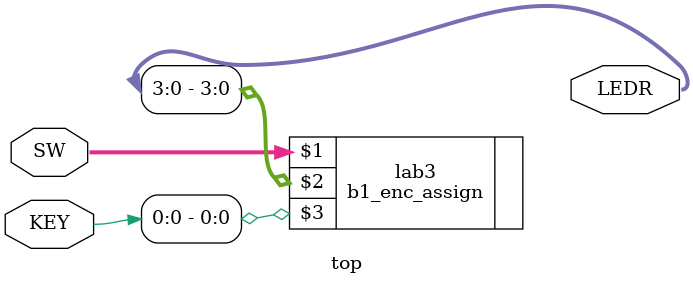
<source format=v>

module top (SW, KEY, LEDR);

    input wire [9:0] SW;        // DE-series switches
    input wire [3:0] KEY;       // DE-series pushbuttons

    output wire [9:0] LEDR;     // DE-series LEDs   

    b1_enc_assign lab3 (SW[9:0], LEDR[3:0], KEY[0]);
 
endmodule


</source>
